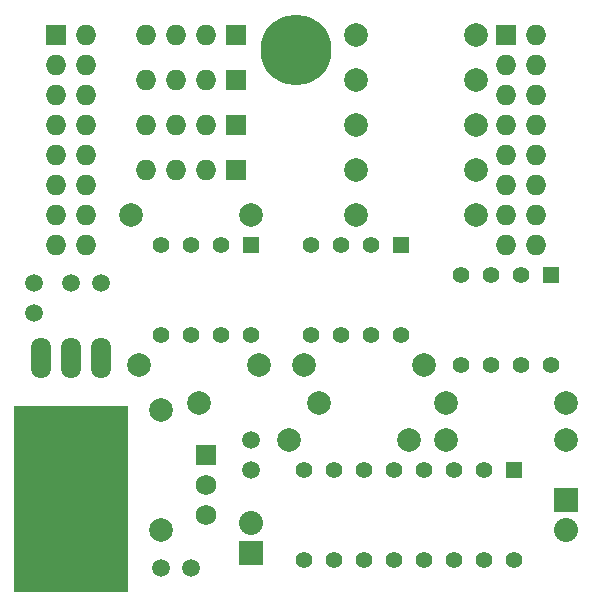
<source format=gts>
%FSLAX34Y34*%
G04 Gerber Fmt 3.4, Leading zero omitted, Abs format*
G04 (created by PCBNEW (2014-jan-25)-product) date Sun 13 Jul 2014 08:05:19 AM PDT*
%MOIN*%
G01*
G70*
G90*
G04 APERTURE LIST*
%ADD10C,0.003937*%
%ADD11C,0.059100*%
%ADD12C,0.236220*%
%ADD13R,0.068000X0.068000*%
%ADD14C,0.068000*%
%ADD15O,0.068000X0.068000*%
%ADD16R,0.080000X0.080000*%
%ADD17O,0.080000X0.080000*%
%ADD18R,0.055000X0.055000*%
%ADD19C,0.055000*%
%ADD20C,0.078700*%
%ADD21O,0.066900X0.137800*%
%ADD22R,0.380000X0.620000*%
G04 APERTURE END LIST*
G54D10*
G54D11*
X33500Y-49750D03*
X32500Y-49750D03*
X36500Y-59250D03*
X35500Y-59250D03*
X31250Y-50750D03*
X31250Y-49750D03*
X38500Y-56000D03*
X38500Y-55000D03*
G54D12*
X40000Y-42000D03*
G54D13*
X37000Y-55500D03*
G54D14*
X37000Y-56500D03*
X37000Y-57500D03*
G54D13*
X32000Y-41500D03*
G54D15*
X33000Y-41500D03*
X32000Y-42500D03*
X33000Y-42500D03*
X32000Y-43500D03*
X33000Y-43500D03*
X32000Y-44500D03*
X33000Y-44500D03*
X32000Y-45500D03*
X33000Y-45500D03*
X32000Y-46500D03*
X33000Y-46500D03*
X32000Y-47500D03*
X33000Y-47500D03*
X32000Y-48500D03*
X33000Y-48500D03*
G54D13*
X47000Y-41500D03*
G54D15*
X48000Y-41500D03*
X47000Y-42500D03*
X48000Y-42500D03*
X47000Y-43500D03*
X48000Y-43500D03*
X47000Y-44500D03*
X48000Y-44500D03*
X47000Y-45500D03*
X48000Y-45500D03*
X47000Y-46500D03*
X48000Y-46500D03*
X47000Y-47500D03*
X48000Y-47500D03*
X47000Y-48500D03*
X48000Y-48500D03*
G54D13*
X38000Y-43000D03*
G54D15*
X37000Y-43000D03*
X36000Y-43000D03*
X35000Y-43000D03*
G54D13*
X38000Y-41500D03*
G54D15*
X37000Y-41500D03*
X36000Y-41500D03*
X35000Y-41500D03*
G54D16*
X38500Y-58750D03*
G54D17*
X38500Y-57750D03*
G54D16*
X49000Y-57000D03*
G54D17*
X49000Y-58000D03*
G54D13*
X38000Y-44500D03*
G54D15*
X37000Y-44500D03*
X36000Y-44500D03*
X35000Y-44500D03*
G54D13*
X38000Y-46000D03*
G54D15*
X37000Y-46000D03*
X36000Y-46000D03*
X35000Y-46000D03*
G54D18*
X47250Y-56000D03*
G54D19*
X46250Y-56000D03*
X45250Y-56000D03*
X44250Y-56000D03*
X43250Y-56000D03*
X42250Y-56000D03*
X41250Y-56000D03*
X40250Y-56000D03*
X40250Y-59000D03*
X41250Y-59000D03*
X42250Y-59000D03*
X43250Y-59000D03*
X44250Y-59000D03*
X45250Y-59000D03*
X46250Y-59000D03*
X47250Y-59000D03*
G54D20*
X35500Y-54000D03*
X35500Y-58000D03*
X46000Y-47500D03*
X42000Y-47500D03*
X34500Y-47500D03*
X38500Y-47500D03*
X42000Y-46000D03*
X46000Y-46000D03*
X42000Y-44500D03*
X46000Y-44500D03*
X42000Y-43000D03*
X46000Y-43000D03*
X42000Y-41500D03*
X46000Y-41500D03*
X36750Y-53750D03*
X40750Y-53750D03*
X34750Y-52500D03*
X38750Y-52500D03*
X44250Y-52500D03*
X40250Y-52500D03*
X43750Y-55000D03*
X39750Y-55000D03*
X45000Y-53750D03*
X49000Y-53750D03*
X45000Y-55000D03*
X49000Y-55000D03*
G54D21*
X32500Y-52250D03*
X33500Y-52250D03*
X31500Y-52250D03*
G54D22*
X32500Y-56950D03*
G54D18*
X48500Y-49500D03*
G54D19*
X47500Y-49500D03*
X46500Y-49500D03*
X45500Y-49500D03*
X45500Y-52500D03*
X46500Y-52500D03*
X47500Y-52500D03*
X48500Y-52500D03*
G54D18*
X43500Y-48500D03*
G54D19*
X42500Y-48500D03*
X41500Y-48500D03*
X40500Y-48500D03*
X40500Y-51500D03*
X41500Y-51500D03*
X42500Y-51500D03*
X43500Y-51500D03*
G54D18*
X38500Y-48500D03*
G54D19*
X37500Y-48500D03*
X36500Y-48500D03*
X35500Y-48500D03*
X35500Y-51500D03*
X36500Y-51500D03*
X37500Y-51500D03*
X38500Y-51500D03*
M02*

</source>
